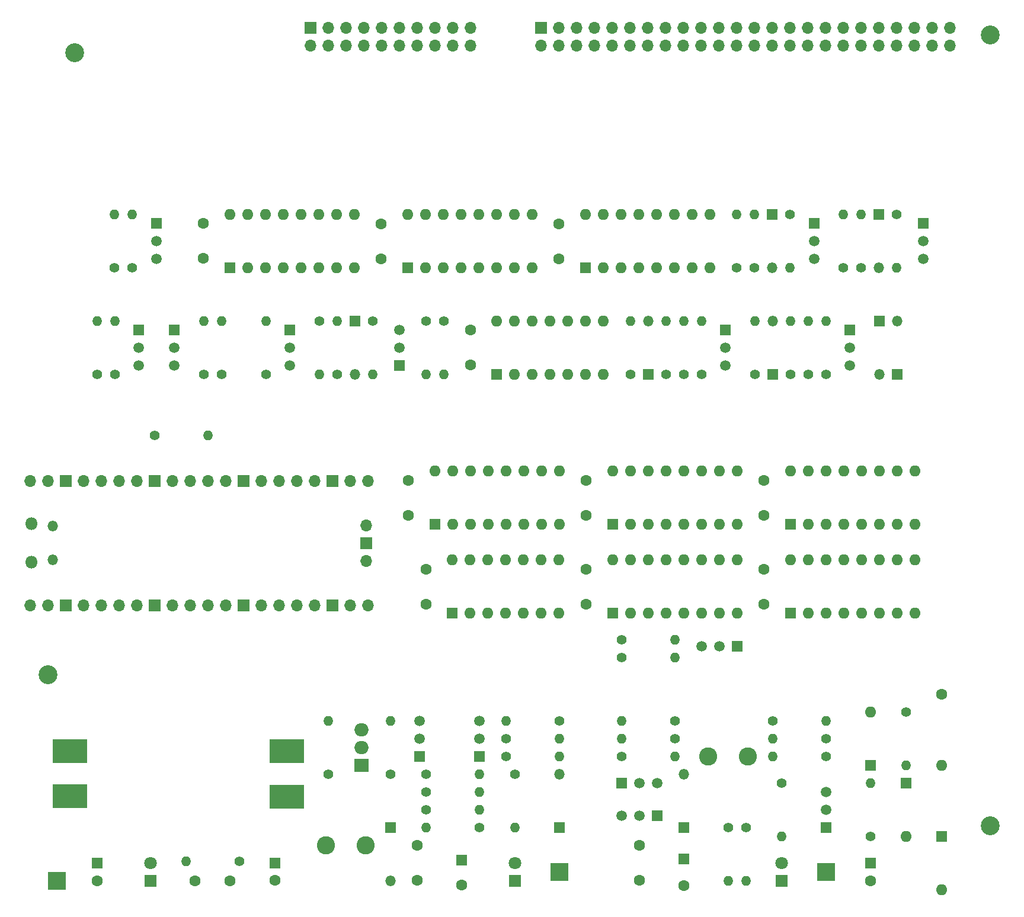
<source format=gbs>
G04 #@! TF.GenerationSoftware,KiCad,Pcbnew,8.0.0*
G04 #@! TF.CreationDate,2024-03-08T17:43:01-03:00*
G04 #@! TF.ProjectId,usbflashprog,75736266-6c61-4736-9870-726f672e6b69,v0.3.0 rev.A*
G04 #@! TF.SameCoordinates,Original*
G04 #@! TF.FileFunction,Soldermask,Bot*
G04 #@! TF.FilePolarity,Negative*
%FSLAX46Y46*%
G04 Gerber Fmt 4.6, Leading zero omitted, Abs format (unit mm)*
G04 Created by KiCad (PCBNEW 8.0.0) date 2024-03-08 17:43:01*
%MOMM*%
%LPD*%
G01*
G04 APERTURE LIST*
%ADD10R,2.500000X2.500000*%
%ADD11R,1.500000X1.500000*%
%ADD12O,1.500000X1.500000*%
%ADD13R,1.600000X1.600000*%
%ADD14O,1.600000X1.600000*%
%ADD15C,1.400000*%
%ADD16O,1.400000X1.400000*%
%ADD17C,1.600000*%
%ADD18R,1.800000X1.800000*%
%ADD19C,1.800000*%
%ADD20C,1.500000*%
%ADD21R,2.000000X1.905000*%
%ADD22O,2.000000X1.905000*%
%ADD23C,2.700000*%
%ADD24O,1.800000X1.800000*%
%ADD25O,1.700000X1.700000*%
%ADD26R,1.700000X1.700000*%
%ADD27C,2.600000*%
%ADD28R,5.000000X3.500000*%
G04 APERTURE END LIST*
D10*
X145420000Y-150124000D03*
D11*
X193680000Y-79009000D03*
D12*
X193680000Y-71389000D03*
D13*
X178455000Y-100469000D03*
D14*
X180995000Y-100469000D03*
X183535000Y-100469000D03*
X186075000Y-100469000D03*
X188615000Y-100469000D03*
X191155000Y-100469000D03*
X193695000Y-100469000D03*
X196235000Y-100469000D03*
X196235000Y-92849000D03*
X193695000Y-92849000D03*
X191155000Y-92849000D03*
X188615000Y-92849000D03*
X186075000Y-92849000D03*
X183535000Y-92849000D03*
X180995000Y-92849000D03*
X178455000Y-92849000D03*
D11*
X191140000Y-71379000D03*
D12*
X191140000Y-78999000D03*
D15*
X161930000Y-128534000D03*
D16*
X154310000Y-128534000D03*
D15*
X154310000Y-133614000D03*
D16*
X161930000Y-133614000D03*
D13*
X189870000Y-148894000D03*
D17*
X189870000Y-151394000D03*
D18*
X177170000Y-151394000D03*
D19*
X177170000Y-148854000D03*
D15*
X126370000Y-141234000D03*
D16*
X133990000Y-141234000D03*
D10*
X73665000Y-151394000D03*
D15*
X183520000Y-79004000D03*
D16*
X183520000Y-71384000D03*
D15*
X126370000Y-136154000D03*
D16*
X133990000Y-136154000D03*
D17*
X126370000Y-106869000D03*
X126370000Y-111869000D03*
D15*
X137800000Y-131074000D03*
D16*
X145420000Y-131074000D03*
D11*
X122560000Y-77734000D03*
D20*
X122560000Y-75194000D03*
X122560000Y-72654000D03*
D21*
X117155000Y-134884000D03*
D22*
X117155000Y-132344000D03*
X117155000Y-129804000D03*
D17*
X200030000Y-124724000D03*
D14*
X200030000Y-134884000D03*
D15*
X87632991Y-87779000D03*
D16*
X95252991Y-87779000D03*
D15*
X133990000Y-143774000D03*
D16*
X126370000Y-143774000D03*
D17*
X120000000Y-57494000D03*
X120000000Y-62494000D03*
D15*
X99700000Y-148590000D03*
D16*
X92080000Y-148590000D03*
D11*
X181870000Y-57414000D03*
D20*
X181870000Y-59954000D03*
X181870000Y-62494000D03*
D11*
X116210000Y-71379000D03*
D12*
X116210000Y-78999000D03*
D11*
X169190000Y-72654000D03*
D20*
X169190000Y-75194000D03*
X169190000Y-77734000D03*
D15*
X118750000Y-71384000D03*
D16*
X118750000Y-79004000D03*
D13*
X178440000Y-113179000D03*
D14*
X180980000Y-113179000D03*
X183520000Y-113179000D03*
X186060000Y-113179000D03*
X188600000Y-113179000D03*
X191140000Y-113179000D03*
X193680000Y-113179000D03*
X196220000Y-113179000D03*
X196220000Y-105559000D03*
X193680000Y-105559000D03*
X191140000Y-105559000D03*
X188600000Y-105559000D03*
X186060000Y-105559000D03*
X183520000Y-105559000D03*
X180980000Y-105559000D03*
X178440000Y-105559000D03*
D15*
X81925000Y-79014000D03*
D16*
X81925000Y-71394000D03*
D17*
X156850000Y-146354000D03*
X156850000Y-151354000D03*
D13*
X136525000Y-78994000D03*
D14*
X139065000Y-78994000D03*
X141605000Y-78994000D03*
X144145000Y-78994000D03*
X146685000Y-78994000D03*
X149225000Y-78994000D03*
X151765000Y-78994000D03*
X151765000Y-71374000D03*
X149225000Y-71374000D03*
X146685000Y-71374000D03*
X144145000Y-71374000D03*
X141605000Y-71374000D03*
X139065000Y-71374000D03*
X136525000Y-71374000D03*
D15*
X189870000Y-145044000D03*
D16*
X189870000Y-137424000D03*
D13*
X153055000Y-100469000D03*
D14*
X155595000Y-100469000D03*
X158135000Y-100469000D03*
X160675000Y-100469000D03*
X163215000Y-100469000D03*
X165755000Y-100469000D03*
X168295000Y-100469000D03*
X170835000Y-100469000D03*
X170835000Y-92849000D03*
X168295000Y-92849000D03*
X165755000Y-92849000D03*
X163215000Y-92849000D03*
X160675000Y-92849000D03*
X158135000Y-92849000D03*
X155595000Y-92849000D03*
X153055000Y-92849000D03*
D11*
X125460000Y-133614000D03*
D20*
X125460000Y-131074000D03*
X125460000Y-128534000D03*
D11*
X191120000Y-56139000D03*
D12*
X191120000Y-63759000D03*
D13*
X104780000Y-148854000D03*
D17*
X104780000Y-151354000D03*
D15*
X175900000Y-128534000D03*
D16*
X183520000Y-128534000D03*
D15*
X84455000Y-63754000D03*
D16*
X84455000Y-56134000D03*
D15*
X193660000Y-56144000D03*
D16*
X193660000Y-63764000D03*
D13*
X127640000Y-100479000D03*
D14*
X130180000Y-100479000D03*
X132720000Y-100479000D03*
X135260000Y-100479000D03*
X137800000Y-100479000D03*
X140340000Y-100479000D03*
X142880000Y-100479000D03*
X145420000Y-100479000D03*
X145420000Y-92859000D03*
X142880000Y-92859000D03*
X140340000Y-92859000D03*
X137800000Y-92859000D03*
X135260000Y-92859000D03*
X132720000Y-92859000D03*
X130180000Y-92859000D03*
X127640000Y-92859000D03*
D15*
X183520000Y-131074000D03*
D16*
X175900000Y-131074000D03*
D15*
X103510000Y-79004000D03*
D16*
X103510000Y-71384000D03*
D13*
X98410000Y-63764000D03*
D14*
X100950000Y-63764000D03*
X103490000Y-63764000D03*
X106030000Y-63764000D03*
X108570000Y-63764000D03*
X111110000Y-63764000D03*
X113650000Y-63764000D03*
X116190000Y-63764000D03*
X116190000Y-56144000D03*
X113650000Y-56144000D03*
X111110000Y-56144000D03*
X108570000Y-56144000D03*
X106030000Y-56144000D03*
X103490000Y-56144000D03*
X100950000Y-56144000D03*
X98410000Y-56144000D03*
D11*
X133990000Y-133614000D03*
D20*
X133990000Y-131074000D03*
X133990000Y-128534000D03*
D13*
X130175000Y-113169000D03*
D14*
X132715000Y-113169000D03*
X135255000Y-113169000D03*
X137795000Y-113169000D03*
X140335000Y-113169000D03*
X142875000Y-113169000D03*
X145415000Y-113169000D03*
X145415000Y-105549000D03*
X142875000Y-105549000D03*
X140335000Y-105549000D03*
X137795000Y-105549000D03*
X135255000Y-105549000D03*
X132715000Y-105549000D03*
X130175000Y-105549000D03*
D15*
X188580000Y-63764000D03*
D16*
X188580000Y-56144000D03*
D15*
X79385000Y-79014000D03*
D16*
X79385000Y-71394000D03*
D11*
X159390000Y-142144000D03*
D20*
X156850000Y-142144000D03*
X154310000Y-142144000D03*
D15*
X137800000Y-133614000D03*
D16*
X145420000Y-133614000D03*
D13*
X194950000Y-137424000D03*
D14*
X194950000Y-145044000D03*
D11*
X87905000Y-57404000D03*
D20*
X87905000Y-59944000D03*
X87905000Y-62484000D03*
D15*
X155580000Y-79004000D03*
D16*
X155580000Y-71384000D03*
D15*
X177170000Y-137424000D03*
D16*
X177170000Y-145044000D03*
D11*
X154310000Y-137424000D03*
D20*
X156850000Y-137424000D03*
X159390000Y-137424000D03*
D15*
X186040000Y-63764000D03*
D16*
X186040000Y-56144000D03*
D23*
X72390000Y-121920000D03*
D17*
X94600000Y-57454000D03*
X94600000Y-62454000D03*
D23*
X76200000Y-33020000D03*
D13*
X149225000Y-63754000D03*
D14*
X151765000Y-63754000D03*
X154305000Y-63754000D03*
X156845000Y-63754000D03*
X159385000Y-63754000D03*
X161925000Y-63754000D03*
X164465000Y-63754000D03*
X167005000Y-63754000D03*
X167005000Y-56134000D03*
X164465000Y-56134000D03*
X161925000Y-56134000D03*
X159385000Y-56134000D03*
X156845000Y-56134000D03*
X154305000Y-56134000D03*
X151765000Y-56134000D03*
X149225000Y-56134000D03*
D15*
X94620000Y-79004000D03*
D16*
X94620000Y-71384000D03*
D15*
X145420000Y-128534000D03*
D16*
X137800000Y-128534000D03*
D11*
X85375000Y-72664000D03*
D20*
X85375000Y-75204000D03*
X85375000Y-77744000D03*
D11*
X145420000Y-143779000D03*
D12*
X145420000Y-136159000D03*
D15*
X165740000Y-79004000D03*
D16*
X165740000Y-71384000D03*
D11*
X197470000Y-57414000D03*
D20*
X197470000Y-59954000D03*
X197470000Y-62494000D03*
D15*
X163200000Y-79004000D03*
D16*
X163200000Y-71384000D03*
D15*
X126370000Y-138694000D03*
D16*
X133990000Y-138694000D03*
D11*
X183520000Y-143774000D03*
D20*
X183520000Y-141234000D03*
X183520000Y-138694000D03*
D11*
X163200000Y-143779000D03*
D12*
X163200000Y-136159000D03*
D24*
X70000000Y-105859000D03*
D12*
X73030000Y-105559000D03*
X73030000Y-100709000D03*
D24*
X70000000Y-100409000D03*
D25*
X69870000Y-112024000D03*
X72410000Y-112024000D03*
D26*
X74950000Y-112024000D03*
D25*
X77490000Y-112024000D03*
X80030000Y-112024000D03*
X82570000Y-112024000D03*
X85110000Y-112024000D03*
D26*
X87650000Y-112024000D03*
D25*
X90190000Y-112024000D03*
X92730000Y-112024000D03*
X95270000Y-112024000D03*
X97810000Y-112024000D03*
D26*
X100350000Y-112024000D03*
D25*
X102890000Y-112024000D03*
X105430000Y-112024000D03*
X107970000Y-112024000D03*
X110510000Y-112024000D03*
D26*
X113050000Y-112024000D03*
D25*
X115590000Y-112024000D03*
X118130000Y-112024000D03*
X118130000Y-94244000D03*
X115590000Y-94244000D03*
D26*
X113050000Y-94244000D03*
D25*
X110510000Y-94244000D03*
X107970000Y-94244000D03*
X105430000Y-94244000D03*
X102890000Y-94244000D03*
D26*
X100350000Y-94244000D03*
D25*
X97810000Y-94244000D03*
X95270000Y-94244000D03*
X92730000Y-94244000D03*
X90190000Y-94244000D03*
D26*
X87650000Y-94244000D03*
D25*
X85110000Y-94244000D03*
X82570000Y-94244000D03*
X80030000Y-94244000D03*
X77490000Y-94244000D03*
D26*
X74950000Y-94244000D03*
D25*
X72410000Y-94244000D03*
X69870000Y-94244000D03*
X117900000Y-105674000D03*
D26*
X117900000Y-103134000D03*
D25*
X117900000Y-100594000D03*
D15*
X126370000Y-71384000D03*
D16*
X126370000Y-79004000D03*
D15*
X128910000Y-71384000D03*
D16*
X128910000Y-79004000D03*
D26*
X109860000Y-29474000D03*
D25*
X109860000Y-32014000D03*
X112400000Y-29474000D03*
X112400000Y-32014000D03*
X114940000Y-29474000D03*
X114940000Y-32014000D03*
X117480000Y-29474000D03*
X117480000Y-32014000D03*
X120020000Y-29474000D03*
X120020000Y-32014000D03*
X122560000Y-29474000D03*
X122560000Y-32014000D03*
X125100000Y-29474000D03*
X125100000Y-32014000D03*
X127640000Y-29474000D03*
X127640000Y-32014000D03*
X130180000Y-29474000D03*
X130180000Y-32014000D03*
X132720000Y-29474000D03*
X132720000Y-32014000D03*
D11*
X175880000Y-56139000D03*
D12*
X175880000Y-63759000D03*
D15*
X170800000Y-63764000D03*
D16*
X170800000Y-56144000D03*
D15*
X183520000Y-133614000D03*
D16*
X175900000Y-133614000D03*
D15*
X154310000Y-119529000D03*
D16*
X161930000Y-119529000D03*
D13*
X131450000Y-148471349D03*
D17*
X131450000Y-151971349D03*
X125100000Y-151354000D03*
X125100000Y-146354000D03*
X145400000Y-57494000D03*
X145400000Y-62494000D03*
D13*
X163200000Y-148321349D03*
D17*
X163200000Y-152121349D03*
D15*
X160660000Y-79004000D03*
D16*
X160660000Y-71384000D03*
D15*
X178440000Y-79004000D03*
D16*
X178440000Y-71384000D03*
D11*
X106960000Y-72654000D03*
D20*
X106960000Y-75194000D03*
X106960000Y-77734000D03*
D11*
X158120000Y-79009000D03*
D12*
X158120000Y-71389000D03*
D15*
X172090000Y-143774000D03*
D16*
X172090000Y-151394000D03*
D17*
X98390000Y-151394000D03*
X93390000Y-151394000D03*
D23*
X207010000Y-30480000D03*
D15*
X173360000Y-79004000D03*
D16*
X173360000Y-71384000D03*
D17*
X149230000Y-94169000D03*
X149230000Y-99169000D03*
D11*
X175900000Y-79009000D03*
D12*
X175900000Y-71389000D03*
D26*
X142875000Y-29474000D03*
D25*
X142875000Y-32014000D03*
X145415000Y-29474000D03*
X145415000Y-32014000D03*
X147955000Y-29474000D03*
X147955000Y-32014000D03*
X150495000Y-29474000D03*
X150495000Y-32014000D03*
X153035000Y-29474000D03*
X153035000Y-32014000D03*
X155575000Y-29474000D03*
X155575000Y-32014000D03*
X158115000Y-29474000D03*
X158115000Y-32014000D03*
X160655000Y-29474000D03*
X160655000Y-32014000D03*
X163195000Y-29474000D03*
X163195000Y-32014000D03*
X165735000Y-29474000D03*
X165735000Y-32014000D03*
X168275000Y-29474000D03*
X168275000Y-32014000D03*
X170815000Y-29474000D03*
X170815000Y-32014000D03*
X173355000Y-29474000D03*
X173355000Y-32014000D03*
X175895000Y-29474000D03*
X175895000Y-32014000D03*
X178435000Y-29474000D03*
X178435000Y-32014000D03*
X180975000Y-29474000D03*
X180975000Y-32014000D03*
X183515000Y-29474000D03*
X183515000Y-32014000D03*
X186055000Y-29474000D03*
X186055000Y-32014000D03*
X188595000Y-29474000D03*
X188595000Y-32014000D03*
X191135000Y-29474000D03*
X191135000Y-32014000D03*
X193675000Y-29474000D03*
X193675000Y-32014000D03*
X196215000Y-29474000D03*
X196215000Y-32014000D03*
X198755000Y-29474000D03*
X198755000Y-32014000D03*
X201295000Y-29474000D03*
X201295000Y-32014000D03*
D15*
X111130000Y-71384000D03*
D16*
X111130000Y-79004000D03*
D15*
X97160000Y-79004000D03*
D16*
X97160000Y-71384000D03*
D17*
X174630000Y-106869000D03*
X174630000Y-111869000D03*
D23*
X207010000Y-143510000D03*
D15*
X161930000Y-131074000D03*
D16*
X154310000Y-131074000D03*
D17*
X174630000Y-94169000D03*
X174630000Y-99169000D03*
D15*
X169550000Y-143774000D03*
D16*
X169550000Y-151394000D03*
D11*
X90450000Y-72654000D03*
D20*
X90450000Y-75194000D03*
X90450000Y-77734000D03*
D18*
X139070000Y-151394000D03*
D19*
X139070000Y-148854000D03*
D13*
X123825000Y-63754000D03*
D14*
X126365000Y-63754000D03*
X128905000Y-63754000D03*
X131445000Y-63754000D03*
X133985000Y-63754000D03*
X136525000Y-63754000D03*
X139065000Y-63754000D03*
X141605000Y-63754000D03*
X141605000Y-56134000D03*
X139065000Y-56134000D03*
X136525000Y-56134000D03*
X133985000Y-56134000D03*
X131445000Y-56134000D03*
X128905000Y-56134000D03*
X126365000Y-56134000D03*
X123825000Y-56134000D03*
D11*
X121290000Y-143769000D03*
D12*
X121290000Y-151389000D03*
D27*
X112140000Y-146314000D03*
X117740000Y-146314000D03*
D15*
X113670000Y-79004000D03*
D16*
X113670000Y-71384000D03*
D11*
X186970000Y-72654000D03*
D20*
X186970000Y-75194000D03*
X186970000Y-77734000D03*
D13*
X200030000Y-145044000D03*
D14*
X200030000Y-152664000D03*
D15*
X180980000Y-79004000D03*
D16*
X180980000Y-71384000D03*
D17*
X123830000Y-94169000D03*
X123830000Y-99169000D03*
D15*
X173340000Y-63764000D03*
D16*
X173340000Y-56144000D03*
D27*
X166750000Y-133614000D03*
X172350000Y-133614000D03*
D17*
X149230000Y-106869000D03*
X149230000Y-111869000D03*
D28*
X75540000Y-139354000D03*
X75540000Y-132904000D03*
X106540000Y-132904000D03*
X106540000Y-139404000D03*
D15*
X194950000Y-127264000D03*
D16*
X194950000Y-134884000D03*
D15*
X112400000Y-136154000D03*
D16*
X112400000Y-128534000D03*
D11*
X170820000Y-117899000D03*
D20*
X168280000Y-117899000D03*
X165740000Y-117899000D03*
D13*
X189870000Y-134884000D03*
D14*
X189870000Y-127264000D03*
D15*
X154310000Y-116989000D03*
D16*
X161930000Y-116989000D03*
D17*
X132720000Y-72654000D03*
X132720000Y-77654000D03*
D15*
X121290000Y-136154000D03*
D16*
X121290000Y-128534000D03*
D13*
X153040000Y-113179000D03*
D14*
X155580000Y-113179000D03*
X158120000Y-113179000D03*
X160660000Y-113179000D03*
X163200000Y-113179000D03*
X165740000Y-113179000D03*
X168280000Y-113179000D03*
X170820000Y-113179000D03*
X170820000Y-105559000D03*
X168280000Y-105559000D03*
X165740000Y-105559000D03*
X163200000Y-105559000D03*
X160660000Y-105559000D03*
X158120000Y-105559000D03*
X155580000Y-105559000D03*
X153040000Y-105559000D03*
D15*
X139070000Y-136154000D03*
D16*
X139070000Y-143774000D03*
D15*
X178420000Y-56144000D03*
D16*
X178420000Y-63764000D03*
D15*
X81915000Y-63754000D03*
D16*
X81915000Y-56134000D03*
D18*
X87000000Y-151394000D03*
D19*
X87000000Y-148854000D03*
D13*
X79380000Y-148894000D03*
D17*
X79380000Y-151394000D03*
D10*
X183520000Y-150124000D03*
M02*

</source>
